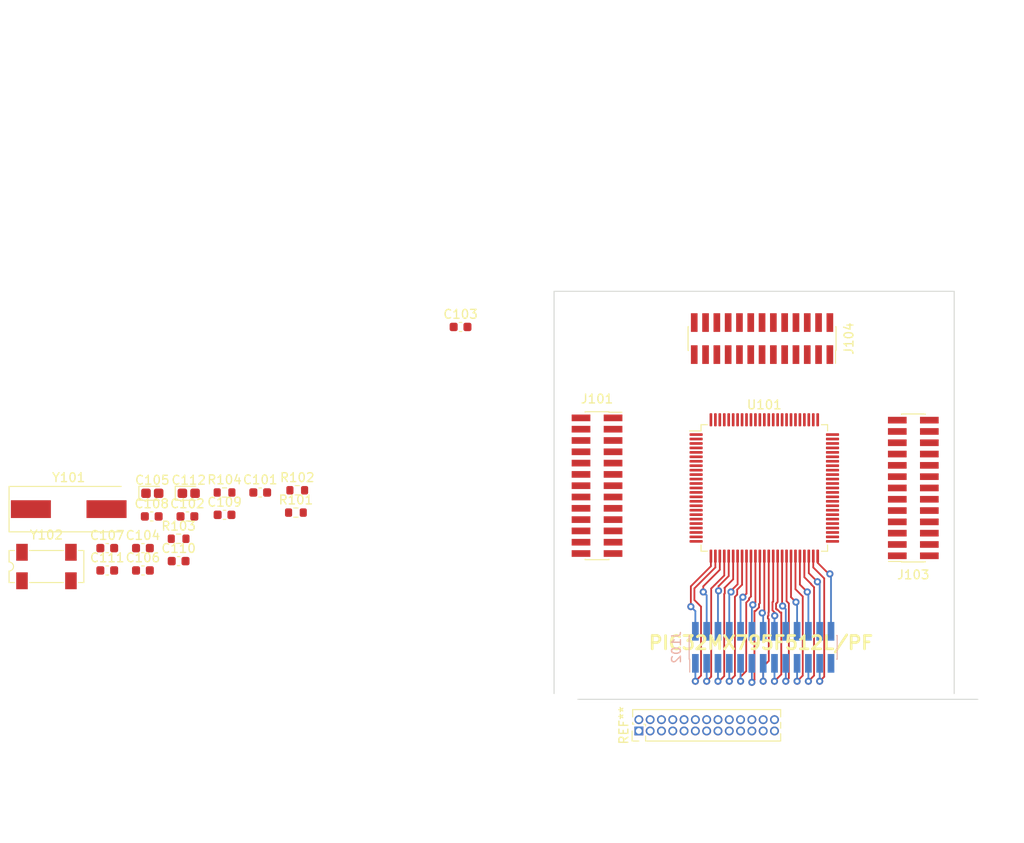
<source format=kicad_pcb>
(kicad_pcb (version 20211014) (generator pcbnew)
  (layers (0 "F.Cu" signal) (31 "B.Cu" signal) (34 "B.Paste" user) (35 "F.Paste" user) (36 "B.SilkS" user "B.Silkscreen") (37 "F.SilkS" user "F.Silkscreen") (38 "B.Mask" user) (39 "F.Mask" user) (44 "Edge.Cuts" user))
  (net 0 "")
  (net 1 "Net-(C101-Pad1)")
  (net 2 "GND")
  (net 3 "Net-(C102-Pad1)")
  (net 4 "Net-(C103-Pad1)")
  (net 5 "Net-(C104-Pad1)")
  (net 6 "Net-(C105-Pad1)")
  (net 7 "+3.3VA")
  (net 8 "+3V3")
  (net 9 "/1")
  (net 10 "/3")
  (net 11 "/4")
  (net 12 "/5")
  (net 13 "/6")
  (net 14 "/7")
  (net 15 "/8")
  (net 16 "/9")
  (net 17 "/10")
  (net 18 "/11")
  (net 19 "/12")
  (net 20 "/13")
  (net 21 "/14")
  (net 22 "/17")
  (net 23 "/18")
  (net 24 "/19")
  (net 25 "/20")
  (net 26 "/21")
  (net 27 "/22")
  (net 28 "/23")
  (net 29 "/24")
  (net 30 "/25")
  (net 32 "/27")
  (net 33 "/26")
  (net 34 "/29")
  (net 35 "/28")
  (net 36 "/33")
  (net 37 "/32")
  (net 38 "/35")
  (net 39 "/34")
  (net 40 "/39")
  (net 41 "/38")
  (net 42 "/41")
  (net 43 "/40")
  (net 44 "/43")
  (net 45 "/42")
  (net 46 "/44")
  (net 47 "/47")
  (net 48 "/49")
  (net 49 "/48")
  (net 51 "/50")
  (net 52 "/51")
  (net 53 "/52")
  (net 54 "/53")
  (net 55 "/54")
  (net 56 "/55")
  (net 57 "/56")
  (net 58 "/57")
  (net 59 "/58")
  (net 60 "/59")
  (net 61 "/60")
  (net 62 "/61")
  (net 63 "/63")
  (net 64 "/64")
  (net 65 "/66")
  (net 66 "/67")
  (net 67 "/68")
  (net 68 "/69")
  (net 69 "/70")
  (net 70 "/71")
  (net 71 "/72")
  (net 72 "/73")
  (net 73 "/74")
  (net 75 "/77")
  (net 76 "/76")
  (net 77 "/79")
  (net 78 "/78")
  (net 79 "/81")
  (net 80 "/80")
  (net 81 "/83")
  (net 82 "/82")
  (net 83 "/85")
  (net 84 "/84")
  (net 85 "/87")
  (net 86 "/89")
  (net 87 "/88")
  (net 88 "/91")
  (net 89 "/90")
  (net 90 "/93")
  (net 91 "/92")
  (net 92 "/95")
  (net 93 "/94")
  (net 94 "/97")
  (net 95 "/96")
  (net 96 "/99")
  (net 97 "/98")
  (net 99 "/100")
  (net 100 "Net-(R102-Pad1)")
  (net 101 "Net-(R104-Pad2)")
  (footprint "Capacitor_SMD:C_0603_1608Metric" (layer "F.Cu") (at 132.59 100.48)
    (fp_text reference "C108")
    (fp_text value "100n")
  )
  (footprint "Capacitor_SMD:C_0603_1608Metric" (layer "F.Cu") (at 136.6 100.48)
    (fp_text reference "C102")
    (fp_text value "33p")
  )
  (footprint "Connector_PinSocket_1.27mm:PinSocket_2x13_P1.27mm_Vertical_SMD" (layer "F.Cu") (at 218.164 97.282 180)
    (fp_text reference "J103")
    (fp_text value "Conn_02x13_Odd_Even")
  )
  (footprint "Capacitor_SMD:C_0603_1608Metric" (layer "F.Cu") (at 127.59 106.55)
    (fp_text reference "C111")
    (fp_text value "100n")
  )
  (footprint "Connector_PinSocket_1.27mm:PinSocket_2x13_P1.27mm_Vertical_SMD" (layer "F.Cu") (at 201.168 80.496 -90)
    (fp_text reference "J104")
    (fp_text value "Conn_02x13_Odd_Even")
  )
  (footprint "Capacitor_SMD:C_0603_1608Metric" (layer "F.Cu") (at 135.61 105.5)
    (fp_text reference "C110")
    (fp_text value "100n")
  )
  (footprint "Resistor_SMD:R_0603_1608Metric" (layer "F.Cu") (at 148.94 97.54)
    (fp_text reference "R102")
    (fp_text value "2k2")
  )
  (footprint "Crystal:Crystal_SMD_SeikoEpson_MC306-4Pin_8.0x3.2mm" (layer "F.Cu") (at 120.76 106.11)
    (fp_text reference "Y102")
    (fp_text value "Crystal_Small")
  )
  (footprint "Resistor_SMD:R_0603_1608Metric" (layer "F.Cu") (at 148.79 100.05)
    (fp_text reference "R101")
    (fp_text value "10M")
  )
  (footprint "Connector_PinHeader_1.27mm:PinHeader_2x13_P1.27mm_Vertical" (layer "F.Cu") (at 187.325 124.587 90)
    (fp_text reference "REF**")
    (fp_text value "PinHeader_2x13_P1.27mm_Vertical")
  )
  (footprint "Capacitor_Tantalum_SMD:CP_EIA-1608-08_AVX-J" (layer "F.Cu") (at 136.745 97.88)
    (fp_text reference "C112")
    (fp_text value "10µ/10V")
  )
  (footprint "Capacitor_SMD:C_0603_1608Metric" (layer "F.Cu") (at 144.78 97.79)
    (fp_text reference "C101")
    (fp_text value "22p")
  )
  (footprint "Connector_PinSocket_1.27mm:PinSocket_2x13_P1.27mm_Vertical_SMD" (layer "F.Cu") (at 182.626 97.028)
    (fp_text reference "J101")
    (fp_text value "Conn_02x13_Odd_Even")
  )
  (footprint "Resistor_SMD:R_0603_1608Metric" (layer "F.Cu") (at 135.61 102.99)
    (fp_text reference "R103")
    (fp_text value "10k")
  )
  (footprint "Package_QFP:TQFP-100_14x14mm_P0.5mm" (layer "F.Cu") (at 201.422 97.282)
    (fp_text reference "U101")
    (fp_text value "PIC32MX795F512L")
  )
  (footprint "Resistor_SMD:R_0603_1608Metric" (layer "F.Cu") (at 140.77 97.79)
    (fp_text reference "R104")
    (fp_text value "470")
  )
  (footprint "Capacitor_SMD:C_0603_1608Metric" (layer "F.Cu") (at 127.59 104.04)
    (fp_text reference "C107")
    (fp_text value "100n")
  )
  (footprint "Capacitor_SMD:C_0603_1608Metric" (layer "F.Cu") (at 167.29 79.19)
    (fp_text reference "C103")
    (fp_text value "22p")
  )
  (footprint "Crystal:Crystal_SMD_HC49-SD" (layer "F.Cu") (at 123.26 99.66)
    (fp_text reference "Y101")
    (fp_text value "8Mhz")
  )
  (footprint "Capacitor_SMD:C_0603_1608Metric" (layer "F.Cu") (at 131.6 106.55)
    (fp_text reference "C106")
    (fp_text value "100n")
  )
  (footprint "Capacitor_SMD:C_0603_1608Metric" (layer "F.Cu") (at 140.77 100.3)
    (fp_text reference "C109")
    (fp_text value "100n")
  )
  (footprint "Capacitor_Tantalum_SMD:CP_EIA-1608-08_AVX-J" (layer "F.Cu") (at 132.655 97.88)
    (fp_text reference "C105")
    (fp_text value "10µ")
  )
  (footprint "Capacitor_SMD:C_0603_1608Metric" (layer "F.Cu") (at 131.6 104.04)
    (fp_text reference "C104")
    (fp_text value "33p")
  )
  (footprint "Connector_PinSocket_1.27mm:PinSocket_2x13_P1.27mm_Vertical_SMD" (layer "B.Cu") (at 201.295 115.189 -90)
    (fp_text reference "J102")
    (fp_text value "Conn_02x13_Odd_Even")
  )
  (gr_line (start 225.425 121.031) (end 180.467 121.031) (layer "Edge.Cuts") (width 0.1))
  (gr_line (start 177.8 75.184) (end 222.758 75.184) (layer "Edge.Cuts") (width 0.1))
  (gr_line (start 177.8 120.396) (end 177.8 75.184) (layer "Edge.Cuts") (width 0.1))
  (gr_line (start 222.758 75.184) (end 222.758 120.396) (layer "Edge.Cuts") (width 0.1))
  (gr_text "PIC32MX795F512L/PF" (at 201.041 114.681) (layer "F.SilkS") (effects (font (size 1.5 1.5) (thickness 0.3))))
  (segment (start 196.9145 109.193243) (end 196.9145 118.4265) (width 0.2) (layer "F.Cu") (net 2))
  (segment (start 204.922 104.9445) (end 204.922 108.656) (width 0.2) (layer "F.Cu") (net 2))
  (segment (start 196.94675 108.517007) (end 196.979 108.549257) (width 0.2) (layer "F.Cu") (net 2))
  (segment (start 197.922 104.9445) (end 197.922 107.541757) (width 0.2) (layer "F.Cu") (net 2))
  (segment (start 196.342 118.999) (end 196.215 118.999) (width 0.2) (layer "F.Cu") (net 2))
  (segment (start 204.922 108.656) (end 205.74 109.474) (width 0.2) (layer "F.Cu") (net 2))
  (segment (start 197.922 107.541757) (end 196.94675 108.517007) (width 0.2) (layer "F.Cu") (net 2))
  (segment (start 200.422 110.120708) (end 200.12911 110.413598) (width 0.2) (layer "F.Cu") (net 2))
  (segment (start 200.422 104.9445) (end 200.422 110.120708) (width 0.2) (layer "F.Cu") (net 2))
  (segment (start 205.74 118.364) (end 205.105 118.999) (width 0.2) (layer "F.Cu") (net 2))
  (segment (start 196.979 108.549257) (end 196.979 109.128743) (width 0.2) (layer "F.Cu") (net 2))
  (segment (start 196.9145 118.4265) (end 196.342 118.999) (width 0.2) (layer "F.Cu") (net 2))
  (segment (start 196.979 109.128743) (end 196.9145 109.193243) (width 0.2) (layer "F.Cu") (net 2))
  (segment (start 205.74 109.474) (end 205.74 118.364) (width 0.2) (layer "F.Cu") (net 2))
  (via (at 205.105 118.999) (size 0.8) (drill 0.4) (layers "F.Cu" "B.Cu") (net 2))
  (via (at 200.12911 110.413598) (size 0.8) (drill 0.4) (layers "F.Cu" "B.Cu") (net 2))
  (via (at 196.215 118.999) (size 0.8) (drill 0.4) (layers "F.Cu" "B.Cu") (net 2))
  (segment (start 200.025 113.389) (end 200.025 110.517708) (width 0.2) (layer "B.Cu") (net 2))
  (segment (start 196.215 118.999) (end 196.215 116.989) (width 0.2) (layer "B.Cu") (net 2))
  (segment (start 200.025 110.517708) (end 200.12911 110.413598) (width 0.2) (layer "B.Cu") (net 2))
  (segment (start 205.105 118.999) (end 205.105 116.989) (width 0.2) (layer "B.Cu") (net 2))
  (segment (start 197.422 104.9445) (end 197.422 107.18098) (width 0.2) (layer "F.Cu") (net 7))
  (segment (start 196.2795 108.32348) (end 196.2795 108.839) (width 0.2) (layer "F.Cu") (net 7))
  (segment (start 197.422 107.18098) (end 196.2795 108.32348) (width 0.2) (layer "F.Cu") (net 7))
  (via (at 196.2795 108.839) (size 0.8) (drill 0.4) (layers "F.Cu" "B.Cu") (net 7))
  (segment (start 196.215 108.9035) (end 196.2795 108.839) (width 0.2) (layer "B.Cu") (net 7))
  (segment (start 196.215 113.389) (end 196.215 108.9035) (width 0.2) (layer "B.Cu") (net 7))
  (segment (start 200.418853 111.113098) (end 200.314743 111.113098) (width 0.2) (layer "F.Cu") (net 8))
  (segment (start 200.82861 110.703341) (end 200.418853 111.113098) (width 0.2) (layer "F.Cu") (net 8))
  (segment (start 200.314743 111.113098) (end 200.314743 118.836257) (width 0.2) (layer "F.Cu") (net 8))
  (segment (start 200.82861 110.32139) (end 200.82861 110.703341) (width 0.2) (layer "F.Cu") (net 8))
  (segment (start 200.922 104.9445) (end 200.922 110.228) (width 0.2) (layer "F.Cu") (net 8))
  (segment (start 205.422 108.14) (end 206.248 108.966) (width 0.2) (layer "F.Cu") (net 8))
  (segment (start 200.922 110.228) (end 200.82861 110.32139) (width 0.2) (layer "F.Cu") (net 8))
  (segment (start 205.422 104.9445) (end 205.422 108.14) (width 0.2) (layer "F.Cu") (net 8))
  (segment (start 200.314743 118.836257) (end 200.025 119.126) (width 0.2) (layer "F.Cu") (net 8))
  (via (at 206.248 108.966) (size 0.8) (drill 0.4) (layers "F.Cu" "B.Cu") (net 8))
  (via (at 200.025 119.126) (size 0.8) (drill 0.4) (layers "F.Cu" "B.Cu") (net 8))
  (segment (start 206.375 109.093) (end 206.375 113.389) (width 0.2) (layer "B.Cu") (net 8))
  (segment (start 200.025 119.126) (end 200.025 116.989) (width 0.2) (layer "B.Cu") (net 8))
  (segment (start 206.248 108.966) (end 206.375 109.093) (width 0.2) (layer "B.Cu") (net 8))
  (segment (start 193.566501 108.566499) (end 193.566501 109.873501) (width 0.2) (layer "F.Cu") (net 32))
  (segment (start 194.31 110.617) (end 194.31 118.364) (width 0.2) (layer "F.Cu") (net 32))
  (segment (start 195.922 106.211) (end 193.566501 108.566499) (width 0.2) (layer "F.Cu") (net 32))
  (segment (start 195.922 104.9445) (end 195.922 106.211) (width 0.2) (layer "F.Cu") (net 32))
  (segment (start 194.31 118.364) (end 193.675 118.999) (width 0.2) (layer "F.Cu") (net 32))
  (segment (start 193.566501 109.873501) (end 194.31 110.617) (width 0.2) (layer "F.Cu") (net 32))
  (via (at 193.675 118.999) (size 0.8) (drill 0.4) (layers "F.Cu" "B.Cu") (net 32))
  (segment (start 193.675 118.999) (end 193.675 116.989) (width 0.2) (layer "B.Cu") (net 32))
  (segment (start 195.422 106.076) (end 193.167 108.331) (width 0.2) (layer "F.Cu") (net 33))
  (segment (start 193.167 110.617) (end 193.167 108.331) (width 0.2) (layer "F.Cu") (net 33))
  (segment (start 195.422 104.9445) (end 195.422 106.076) (width 0.2) (layer "F.Cu") (net 33))
  (via (at 193.167 110.617) (size 0.8) (drill 0.4) (layers "F.Cu" "B.Cu") (net 33))
  (segment (start 193.675 113.389) (end 193.675 111.125) (width 0.2) (layer "B.Cu") (net 33))
  (segment (start 193.675 111.125) (end 193.167 110.617) (width 0.2) (layer "B.Cu") (net 33))
  (segment (start 195.58 108.458) (end 195.453 108.585) (width 0.2) (layer "F.Cu") (net 34))
  (segment (start 195.453 118.491) (end 194.945 118.999) (width 0.2) (layer "F.Cu") (net 34))
  (segment (start 196.922 107.116) (end 195.834 108.204) (width 0.2) (layer "F.Cu") (net 34))
  (segment (start 195.834 108.204) (end 195.58 108.458) (width 0.2) (layer "F.Cu") (net 34))
  (segment (start 196.922 104.9445) (end 196.922 107.116) (width 0.2) (layer "F.Cu") (net 34))
  (segment (start 195.453 108.585) (end 195.453 118.364) (width 0.2) (layer "F.Cu") (net 34))
  (segment (start 195.453 118.364) (end 195.453 118.491) (width 0.2) (layer "F.Cu") (net 34))
  (via (at 194.945 118.999) (size 0.8) (drill 0.4) (layers "F.Cu" "B.Cu") (net 34))
  (segment (start 194.945 118.999) (end 194.945 116.989) (width 0.2) (layer "B.Cu") (net 34))
  (segment (start 196.422 106.473) (end 196.422 104.9445) (width 0.2) (layer "F.Cu") (net 35))
  (segment (start 194.564 108.331) (end 196.422 106.473) (width 0.2) (layer "F.Cu") (net 35))
  (segment (start 194.564 108.966) (end 194.564 108.331) (width 0.2) (layer "F.Cu") (net 35))
  (via (at 194.564 108.966) (size 0.8) (drill 0.4) (layers "F.Cu" "B.Cu") (net 35))
  (segment (start 194.945 113.389) (end 194.945 109.347) (width 0.2) (layer "B.Cu") (net 35))
  (segment (start 194.945 109.347) (end 194.564 108.966) (width 0.2) (layer "B.Cu") (net 35))
  (segment (start 198.922 104.9445) (end 198.922 108.164) (width 0.2) (layer "F.Cu") (net 36))
  (segment (start 198.922 108.164) (end 198.378 108.708) (width 0.2) (layer "F.Cu") (net 36))
  (segment (start 198.378 108.708) (end 198.378 109.255743) (width 0.2) (layer "F.Cu") (net 36))
  (segment (start 198.12 109.513743) (end 198.12 118.364) (width 0.2) (layer "F.Cu") (net 36))
  (segment (start 198.378 109.255743) (end 198.12 109.513743) (width 0.2) (layer "F.Cu") (net 36))
  (segment (start 198.12 118.364) (end 197.485 118.999) (width 0.2) (layer "F.Cu") (net 36))
  (via (at 197.485 118.999) (size 0.8) (drill 0.4) (layers "F.Cu" "B.Cu") (net 36))
  (segment (start 197.485 118.999) (end 197.485 116.989) (width 0.2) (layer "B.Cu") (net 36))
  (segment (start 197.913999 108.607021) (end 197.913999 108.730501) (width 0.2) (layer "F.Cu") (net 37))
  (segment (start 198.422 108.09902) (end 197.913999 108.607021) (width 0.2) (layer "F.Cu") (net 37))
  (segment (start 197.913999 108.730501) (end 197.6785 108.966) (width 0.2) (layer "F.Cu") (net 37))
  (segment (start 198.422 104.9445) (end 198.422 108.09902) (width 0.2) (layer "F.Cu") (net 37))
  (via (at 197.6785 108.966) (size 0.8) (drill 0.4) (layers "F.Cu" "B.Cu") (net 37))
  (segment (start 197.485 113.389) (end 197.485 109.1595) (width 0.2) (layer "B.Cu") (net 37))
  (segment (start 197.485 109.1595) (end 197.6785 108.966) (width 0.2) (layer "B.Cu") (net 37))
  (segment (start 199.922 109.474642) (end 199.710676 109.685966) (width 0.2) (layer "F.Cu") (net 38))
  (segment (start 199.710676 109.685966) (end 199.710676 109.842788) (width 0.2) (layer "F.Cu") (net 38))
  (segment (start 198.755 118.491) (end 198.755 118.999) (width 0.2) (layer "F.Cu") (net 38))
  (segment (start 199.39 117.856) (end 198.755 118.491) (width 0.2) (layer "F.Cu") (net 38))
  (segment (start 199.710676 109.842788) (end 199.39 110.163464) (width 0.2) (layer "F.Cu") (net 38))
  (segment (start 199.39 110.163464) (end 199.39 117.856) (width 0.2) (layer "F.Cu") (net 38))
  (segment (start 199.922 104.9445) (end 199.922 109.474642) (width 0.2) (layer "F.Cu") (net 38))
  (via (at 198.755 118.999) (size 0.8) (drill 0.4) (layers "F.Cu" "B.Cu") (net 38))
  (segment (start 198.755 118.999) (end 198.755 116.989) (width 0.2) (layer "B.Cu") (net 38))
  (segment (start 199.422 109.142221) (end 199.011176 109.553045) (width 0.2) (layer "F.Cu") (net 39))
  (segment (start 199.422 104.9445) (end 199.422 109.142221) (width 0.2) (layer "F.Cu") (net 39))
  (via (at 199.011176 109.553045) (size 0.8) (drill 0.4) (layers "F.Cu" "B.Cu") (net 39))
  (segment (start 198.755 113.389) (end 198.755 109.809221) (width 0.2) (layer "B.Cu") (net 39))
  (segment (start 198.755 109.809221) (end 199.011176 109.553045) (width 0.2) (layer "B.Cu") (net 39))
  (segment (start 201.922 104.9445) (end 201.922 111.238398) (width 0.2) (layer "F.Cu") (net 40))
  (segment (start 201.922 116.721) (end 201.295 117.348) (width 0.2) (layer "F.Cu") (net 40))
  (segment (start 201.295 117.348) (end 201.295 118.999) (width 0.2) (layer "F.Cu") (net 40))
  (segment (start 201.891649 111.268749) (end 201.891649 111.618789) (width 0.2) (layer "F.Cu") (net 40))
  (segment (start 201.922 112.025974) (end 201.922 116.721) (width 0.2) (layer "F.Cu") (net 40))
  (segment (start 201.922 111.238398) (end 201.891649 111.268749) (width 0.2) (layer "F.Cu") (net 40))
  (segment (start 201.817955 111.692483) (end 201.817955 111.921929) (width 0.2) (layer "F.Cu") (net 40))
  (segment (start 201.891649 111.618789) (end 201.817955 111.692483) (width 0.2) (layer "F.Cu") (net 40))
  (segment (start 201.817955 111.921929) (end 201.922 112.025974) (width 0.2) (layer "F.Cu") (net 40))
  (via (at 201.295 118.999) (size 0.8) (drill 0.4) (layers "F.Cu" "B.Cu") (net 40))
  (segment (start 201.295 118.999) (end 201.295 116.989) (width 0.2) (layer "B.Cu") (net 40))
  (segment (start 201.422 104.9445) (end 201.422 111.099195) (width 0.2) (layer "F.Cu") (net 41))
  (segment (start 201.422 111.099195) (end 201.192149 111.329046) (width 0.2) (layer "F.Cu") (net 41))
  (via (at 201.192149 111.329046) (size 0.8) (drill 0.4) (layers "F.Cu" "B.Cu") (net 41))
  (segment (start 201.295 111.431897) (end 201.192149 111.329046) (width 0.2) (layer "B.Cu") (net 41))
  (segment (start 201.295 113.389) (end 201.295 111.431897) (width 0.2) (layer "B.Cu") (net 41))
  (segment (start 202.803551 110.226126) (end 202.741838 110.287839) (width 0.2) (layer "F.Cu") (net 42))
  (segment (start 202.858122 110.150122) (end 202.858122 110.16798) (width 0.2) (layer "F.Cu") (net 42))
  (segment (start 202.810225 110.935712) (end 202.83844 110.935712) (width 0.2) (layer "F.Cu") (net 42))
  (segment (start 203.220545 111.277082) (end 203.327 111.277082) (width 0.2) (layer "F.Cu") (net 42))
  (segment (start 202.922 110.086244) (end 202.858122 110.150122) (width 0.2) (layer "F.Cu") (net 42))
  (segment (start 202.845769 110.9372) (end 202.880663 110.9372) (width 0.2) (layer "F.Cu") (net 42))
  (segment (start 202.83844 110.935712) (end 202.839011 110.936283) (width 0.2) (layer "F.Cu") (net 42))
  (segment (start 202.839011 110.936283) (end 202.844852 110.936283) (width 0.2) (layer "F.Cu") (net 42))
  (segment (start 202.858122 110.16798) (end 202.803551 110.222551) (width 0.2) (layer "F.Cu") (net 42))
  (segment (start 202.741838 110.287839) (end 202.741838 110.867325) (width 0.2) (layer "F.Cu") (net 42))
  (segment (start 203.327 111.277082) (end 203.327 118.237) (width 0.2) (layer "F.Cu") (net 42))
  (segment (start 202.741838 110.867325) (end 202.810225 110.935712) (width 0.2) (layer "F.Cu") (net 42))
  (segment (start 202.922 104.9445) (end 202.922 110.086244) (width 0.2) (layer "F.Cu") (net 42))
  (segment (start 202.803551 110.222551) (end 202.803551 110.226126) (width 0.2) (layer "F.Cu") (net 42))
  (segment (start 202.880663 110.9372) (end 203.220545 111.277082) (width 0.2) (layer "F.Cu") (net 42))
  (segment (start 203.327 118.237) (end 202.565 118.999) (width 0.2) (layer "F.Cu") (net 42))
  (segment (start 202.844852 110.936283) (end 202.845769 110.9372) (width 0.2) (layer "F.Cu") (net 42))
  (via (at 202.565 118.999) (size 0.8) (drill 0.4) (layers "F.Cu" "B.Cu") (net 42))
  (segment (start 202.565 118.999) (end 202.565 116.989) (width 0.2) (layer "B.Cu") (net 42))
  (segment (start 202.59092 111.281387) (end 202.59092 111.6367) (width 0.2) (layer "F.Cu") (net 43))
  (segment (start 202.342337 111.032804) (end 202.59092 111.281387) (width 0.2) (layer "F.Cu") (net 43))
  (segment (start 202.422 110.039122) (end 202.40405 110.057072) (width 0.2) (layer "F.Cu") (net 43))
  (segment (start 202.40405 110.057072) (end 202.40405 110.060647) (width 0.2) (layer "F.Cu") (net 43))
  (segment (start 202.40405 110.060647) (end 202.342337 110.12236) (width 0.2) (layer "F.Cu") (net 43))
  (segment (start 202.422 104.9445) (end 202.422 110.039122) (width 0.2) (layer "F.Cu") (net 43))
  (segment (start 202.342337 110.12236) (end 202.342337 111.032804) (width 0.2) (layer "F.Cu") (net 43))
  (via (at 202.59092 111.6367) (size 0.8) (drill 0.4) (layers "F.Cu" "B.Cu") (net 43))
  (segment (start 202.565 113.389) (end 202.565 111.66262) (width 0.2) (layer "B.Cu") (net 43))
  (segment (start 202.565 111.66262) (end 202.59092 111.6367) (width 0.2) (layer "B.Cu") (net 43))
  (segment (start 203.922 110.000051) (end 204.17675 110.254801) (width 0.2) (layer "F.Cu") (net 44))
  (segment (start 203.922 104.9445) (end 203.922 110.000051) (width 0.2) (layer "F.Cu") (net 44))
  (segment (start 204.17675 110.254801) (end 204.17675 118.65725) (width 0.2) (layer "F.Cu") (net 44))
  (segment (start 204.17675 118.65725) (end 203.835 118.999) (width 0.2) (layer "F.Cu") (net 44))
  (via (at 203.835 118.999) (size 0.8) (drill 0.4) (layers "F.Cu" "B.Cu") (net 44))
  (segment (start 203.835 118.999) (end 203.835 116.989) (width 0.2) (layer "B.Cu") (net 44))
  (segment (start 203.422 110.489294) (end 203.47725 110.544544) (width 0.2) (layer "F.Cu") (net 45))
  (segment (start 203.422 104.9445) (end 203.422 110.489294) (width 0.2) (layer "F.Cu") (net 45))
  (via (at 203.47725 110.544544) (size 0.8) (drill 0.4) (layers "F.Cu" "B.Cu") (net 45))
  (segment (start 203.835 110.902294) (end 203.47725 110.544544) (width 0.2) (layer "B.Cu") (net 45))
  (segment (start 203.835 113.389) (end 203.835 110.902294) (width 0.2) (layer "B.Cu") (net 45))
  (segment (start 204.422 109.553) (end 204.978 110.109) (width 0.2) (layer "F.Cu") (net 46))
  (segment (start 204.422 104.9445) (end 204.422 109.553) (width 0.2) (layer "F.Cu") (net 46))
  (via (at 204.978 110.109) (size 0.8) (drill 0.4) (layers "F.Cu" "B.Cu") (net 46))
  (segment (start 205.105 110.236) (end 205.105 113.389) (width 0.2) (layer "B.Cu") (net 46))
  (segment (start 204.978 110.109) (end 205.105 110.236) (width 0.2) (layer "B.Cu") (net 46))
  (segment (start 206.6915 108.077) (end 206.6915 108.112743) (width 0.2) (layer "F.Cu") (net 47))
  (segment (start 207.01 118.364) (end 206.375 118.999) (width 0.2) (layer "F.Cu") (net 47))
  (segment (start 205.922 107.3075) (end 206.6915 108.077) (width 0.2) (layer "F.Cu") (net 47))
  (segment (start 206.6915 108.112743) (end 207.01 108.431243) (width 0.2) (layer "F.Cu") (net 47))
  (segment (start 207.01 108.431243) (end 207.01 118.364) (width 0.2) (layer "F.Cu") (net 47))
  (segment (start 205.922 104.9445) (end 205.922 107.3075) (width 0.2) (layer "F.Cu") (net 47))
  (via (at 206.375 118.999) (size 0.8) (drill 0.4) (layers "F.Cu" "B.Cu") (net 47))
  (segment (start 206.375 118.999) (end 206.375 116.989) (width 0.2) (layer "B.Cu") (net 47))
  (segment (start 208.153 107.442) (end 208.153 118.491) (width 0.2) (layer "F.Cu") (net 48))
  (segment (start 206.922 106.211) (end 208.153 107.442) (width 0.2) (layer "F.Cu") (net 48))
  (segment (start 208.153 118.491) (end 207.645 118.999) (width 0.2) (layer "F.Cu") (net 48))
  (segment (start 206.922 104.9445) (end 206.922 106.211) (width 0.2) (layer "F.Cu") (net 48))
  (via (at 207.645 118.999) (size 0.8) (drill 0.4) (layers "F.Cu" "B.Cu") (net 48))
  (segment (start 207.645 118.999) (end 207.645 116.989) (width 0.2) (layer "B.Cu") (net 48))
  (segment (start 206.422 106.854) (end 207.391 107.823) (width 0.2) (layer "F.Cu") (net 49))
  (segment (start 206.422 104.9445) (end 206.422 106.854) (width 0.2) (layer "F.Cu") (net 49))
  (via (at 207.391 107.823) (size 0.8) (drill 0.4) (layers "F.Cu" "B.Cu") (net 49))
  (segment (start 207.391 107.823) (end 207.645 108.077) (width 0.2) (layer "B.Cu") (net 49))
  (segment (start 207.645 108.077) (end 207.645 113.389) (width 0.2) (layer "B.Cu") (net 49))
  (segment (start 208.661 106.934) (end 208.788 106.934) (width 0.2) (layer "F.Cu") (net 51))
  (segment (start 207.422 105.695) (end 208.661 106.934) (width 0.2) (layer "F.Cu") (net 51))
  (segment (start 207.422 104.9445) (end 207.422 105.695) (width 0.2) (layer "F.Cu") (net 51))
  (via (at 208.788 106.934) (size 0.8) (drill 0.4) (layers "F.Cu" "B.Cu") (net 51))
  (segment (start 208.788 106.934) (end 208.915 107.061) (width 0.2) (layer "B.Cu") (net 51))
  (segment (start 208.915 107.061) (end 208.915 113.389) (width 0.2) (layer "B.Cu") (net 51))
)
</source>
